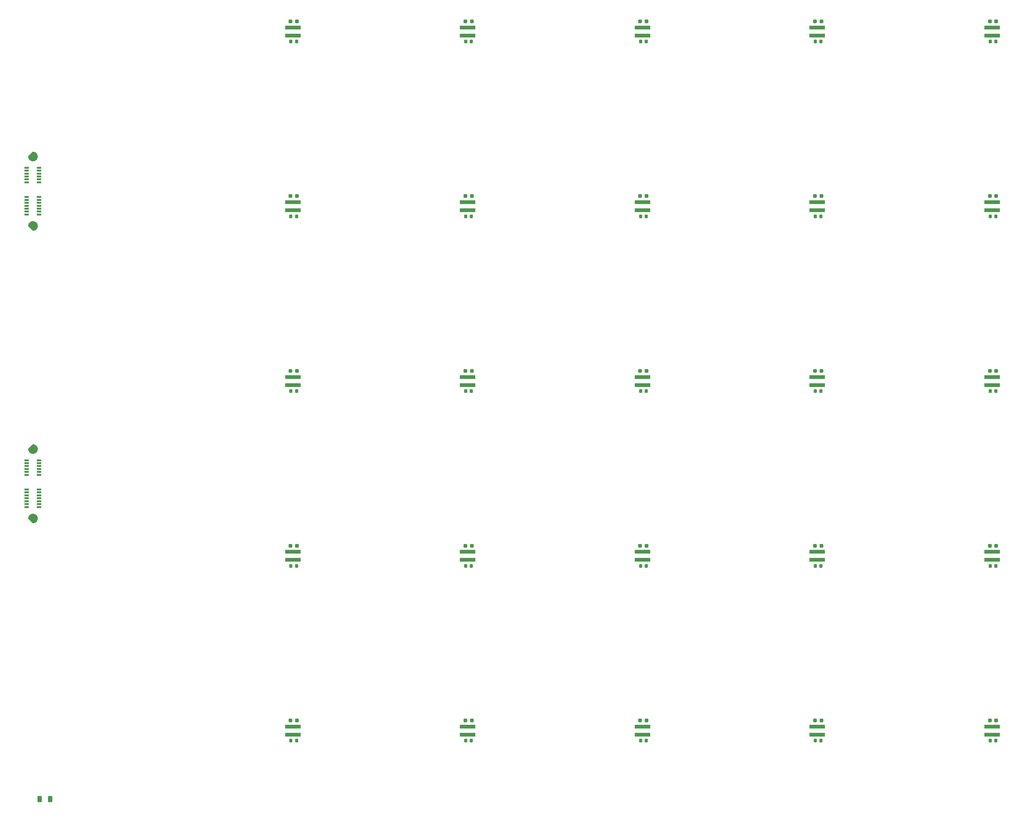
<source format=gbr>
%TF.GenerationSoftware,KiCad,Pcbnew,8.0.2-1*%
%TF.CreationDate,2024-06-21T16:13:16-04:00*%
%TF.ProjectId,EvenLayers_3.0mm_SiPM,4576656e-4c61-4796-9572-735f332e306d,rev?*%
%TF.SameCoordinates,Original*%
%TF.FileFunction,Paste,Top*%
%TF.FilePolarity,Positive*%
%FSLAX46Y46*%
G04 Gerber Fmt 4.6, Leading zero omitted, Abs format (unit mm)*
G04 Created by KiCad (PCBNEW 8.0.2-1) date 2024-06-21 16:13:16*
%MOMM*%
%LPD*%
G01*
G04 APERTURE LIST*
G04 Aperture macros list*
%AMRoundRect*
0 Rectangle with rounded corners*
0 $1 Rounding radius*
0 $2 $3 $4 $5 $6 $7 $8 $9 X,Y pos of 4 corners*
0 Add a 4 corners polygon primitive as box body*
4,1,4,$2,$3,$4,$5,$6,$7,$8,$9,$2,$3,0*
0 Add four circle primitives for the rounded corners*
1,1,$1+$1,$2,$3*
1,1,$1+$1,$4,$5*
1,1,$1+$1,$6,$7*
1,1,$1+$1,$8,$9*
0 Add four rect primitives between the rounded corners*
20,1,$1+$1,$2,$3,$4,$5,0*
20,1,$1+$1,$4,$5,$6,$7,0*
20,1,$1+$1,$6,$7,$8,$9,0*
20,1,$1+$1,$8,$9,$2,$3,0*%
G04 Aperture macros list end*
%ADD10C,0.010000*%
%ADD11RoundRect,0.237500X-0.287500X-0.237500X0.287500X-0.237500X0.287500X0.237500X-0.287500X0.237500X0*%
%ADD12RoundRect,0.225000X-0.225000X-0.250000X0.225000X-0.250000X0.225000X0.250000X-0.225000X0.250000X0*%
%ADD13R,4.200000X1.000000*%
%ADD14R,1.200000X0.500000*%
%ADD15RoundRect,0.250000X-0.312500X-0.625000X0.312500X-0.625000X0.312500X0.625000X-0.312500X0.625000X0*%
G04 APERTURE END LIST*
D10*
%TO.C,REF\u002A\u002A*%
X60066000Y-148227000D02*
X60133000Y-148232000D01*
X60199000Y-148241000D01*
X60264000Y-148253000D01*
X60329000Y-148268000D01*
X60392000Y-148287000D01*
X60455000Y-148309000D01*
X60517000Y-148335000D01*
X60577000Y-148363000D01*
X60635000Y-148395000D01*
X60692000Y-148430000D01*
X60746000Y-148468000D01*
X60799000Y-148508000D01*
X60850000Y-148551000D01*
X60898000Y-148597000D01*
X60944000Y-148645000D01*
X60987000Y-148696000D01*
X61027000Y-148749000D01*
X61065000Y-148803000D01*
X61100000Y-148860000D01*
X61132000Y-148918000D01*
X61160000Y-148978000D01*
X61186000Y-149040000D01*
X61208000Y-149103000D01*
X61227000Y-149166000D01*
X61242000Y-149231000D01*
X61254000Y-149296000D01*
X61263000Y-149362000D01*
X61268000Y-149429000D01*
X61270000Y-149495000D01*
X61268000Y-149561000D01*
X61263000Y-149628000D01*
X61254000Y-149694000D01*
X61242000Y-149759000D01*
X61227000Y-149824000D01*
X61208000Y-149887000D01*
X61186000Y-149950000D01*
X61160000Y-150012000D01*
X61132000Y-150072000D01*
X61100000Y-150130000D01*
X61065000Y-150187000D01*
X61027000Y-150241000D01*
X60987000Y-150294000D01*
X60944000Y-150345000D01*
X60898000Y-150393000D01*
X60873000Y-150416000D01*
X60847000Y-150439000D01*
X60821000Y-150462000D01*
X60794000Y-150484000D01*
X60766000Y-150505000D01*
X60738000Y-150525000D01*
X60709000Y-150544000D01*
X60680000Y-150563000D01*
X60651000Y-150581000D01*
X60620000Y-150598000D01*
X60590000Y-150615000D01*
X60559000Y-150630000D01*
X60527000Y-150645000D01*
X60496000Y-150659000D01*
X60464000Y-150672000D01*
X60431000Y-150685000D01*
X60398000Y-150696000D01*
X60365000Y-150707000D01*
X60332000Y-150716000D01*
X60298000Y-150725000D01*
X60265000Y-150733000D01*
X60231000Y-150740000D01*
X60197000Y-150746000D01*
X60162000Y-150752000D01*
X60128000Y-150756000D01*
X60093000Y-150759000D01*
X60059000Y-150762000D01*
X60024000Y-150764000D01*
X59989000Y-150764000D01*
X59954000Y-150764000D01*
X58731000Y-149541000D01*
X58730740Y-149540960D01*
X58731000Y-149506000D01*
X58731000Y-149471000D01*
X58733000Y-149436000D01*
X58736000Y-149402000D01*
X58739000Y-149367000D01*
X58743000Y-149333000D01*
X58749000Y-149298000D01*
X58755000Y-149264000D01*
X58762000Y-149230000D01*
X58770000Y-149196000D01*
X58779000Y-149163000D01*
X58788000Y-149130000D01*
X58799000Y-149097000D01*
X58810000Y-149064000D01*
X58823000Y-149031000D01*
X58836000Y-148999000D01*
X58850000Y-148967000D01*
X58865000Y-148936000D01*
X58880000Y-148905000D01*
X58897000Y-148875000D01*
X58914000Y-148844000D01*
X58932000Y-148815000D01*
X58951000Y-148786000D01*
X58970000Y-148757000D01*
X58990000Y-148729000D01*
X59011000Y-148701000D01*
X59033000Y-148674000D01*
X59056000Y-148648000D01*
X59079000Y-148622000D01*
X59102000Y-148597000D01*
X59150000Y-148551000D01*
X59201000Y-148508000D01*
X59254000Y-148468000D01*
X59308000Y-148430000D01*
X59365000Y-148395000D01*
X59423000Y-148363000D01*
X59483000Y-148335000D01*
X59545000Y-148309000D01*
X59608000Y-148287000D01*
X59671000Y-148268000D01*
X59736000Y-148253000D01*
X59801000Y-148241000D01*
X59867000Y-148232000D01*
X59934000Y-148227000D01*
X60000000Y-148225000D01*
X60066000Y-148227000D01*
G36*
X60066000Y-148227000D02*
G01*
X60133000Y-148232000D01*
X60199000Y-148241000D01*
X60264000Y-148253000D01*
X60329000Y-148268000D01*
X60392000Y-148287000D01*
X60455000Y-148309000D01*
X60517000Y-148335000D01*
X60577000Y-148363000D01*
X60635000Y-148395000D01*
X60692000Y-148430000D01*
X60746000Y-148468000D01*
X60799000Y-148508000D01*
X60850000Y-148551000D01*
X60898000Y-148597000D01*
X60944000Y-148645000D01*
X60987000Y-148696000D01*
X61027000Y-148749000D01*
X61065000Y-148803000D01*
X61100000Y-148860000D01*
X61132000Y-148918000D01*
X61160000Y-148978000D01*
X61186000Y-149040000D01*
X61208000Y-149103000D01*
X61227000Y-149166000D01*
X61242000Y-149231000D01*
X61254000Y-149296000D01*
X61263000Y-149362000D01*
X61268000Y-149429000D01*
X61270000Y-149495000D01*
X61268000Y-149561000D01*
X61263000Y-149628000D01*
X61254000Y-149694000D01*
X61242000Y-149759000D01*
X61227000Y-149824000D01*
X61208000Y-149887000D01*
X61186000Y-149950000D01*
X61160000Y-150012000D01*
X61132000Y-150072000D01*
X61100000Y-150130000D01*
X61065000Y-150187000D01*
X61027000Y-150241000D01*
X60987000Y-150294000D01*
X60944000Y-150345000D01*
X60898000Y-150393000D01*
X60873000Y-150416000D01*
X60847000Y-150439000D01*
X60821000Y-150462000D01*
X60794000Y-150484000D01*
X60766000Y-150505000D01*
X60738000Y-150525000D01*
X60709000Y-150544000D01*
X60680000Y-150563000D01*
X60651000Y-150581000D01*
X60620000Y-150598000D01*
X60590000Y-150615000D01*
X60559000Y-150630000D01*
X60527000Y-150645000D01*
X60496000Y-150659000D01*
X60464000Y-150672000D01*
X60431000Y-150685000D01*
X60398000Y-150696000D01*
X60365000Y-150707000D01*
X60332000Y-150716000D01*
X60298000Y-150725000D01*
X60265000Y-150733000D01*
X60231000Y-150740000D01*
X60197000Y-150746000D01*
X60162000Y-150752000D01*
X60128000Y-150756000D01*
X60093000Y-150759000D01*
X60059000Y-150762000D01*
X60024000Y-150764000D01*
X59989000Y-150764000D01*
X59954000Y-150764000D01*
X58731000Y-149541000D01*
X58730740Y-149540960D01*
X58731000Y-149506000D01*
X58731000Y-149471000D01*
X58733000Y-149436000D01*
X58736000Y-149402000D01*
X58739000Y-149367000D01*
X58743000Y-149333000D01*
X58749000Y-149298000D01*
X58755000Y-149264000D01*
X58762000Y-149230000D01*
X58770000Y-149196000D01*
X58779000Y-149163000D01*
X58788000Y-149130000D01*
X58799000Y-149097000D01*
X58810000Y-149064000D01*
X58823000Y-149031000D01*
X58836000Y-148999000D01*
X58850000Y-148967000D01*
X58865000Y-148936000D01*
X58880000Y-148905000D01*
X58897000Y-148875000D01*
X58914000Y-148844000D01*
X58932000Y-148815000D01*
X58951000Y-148786000D01*
X58970000Y-148757000D01*
X58990000Y-148729000D01*
X59011000Y-148701000D01*
X59033000Y-148674000D01*
X59056000Y-148648000D01*
X59079000Y-148622000D01*
X59102000Y-148597000D01*
X59150000Y-148551000D01*
X59201000Y-148508000D01*
X59254000Y-148468000D01*
X59308000Y-148430000D01*
X59365000Y-148395000D01*
X59423000Y-148363000D01*
X59483000Y-148335000D01*
X59545000Y-148309000D01*
X59608000Y-148287000D01*
X59671000Y-148268000D01*
X59736000Y-148253000D01*
X59801000Y-148241000D01*
X59867000Y-148232000D01*
X59934000Y-148227000D01*
X60000000Y-148225000D01*
X60066000Y-148227000D01*
G37*
X59989000Y-129236000D02*
X60024000Y-129236000D01*
X60059000Y-129238000D01*
X60093000Y-129241000D01*
X60128000Y-129244000D01*
X60162000Y-129248000D01*
X60197000Y-129254000D01*
X60231000Y-129260000D01*
X60265000Y-129267000D01*
X60298000Y-129275000D01*
X60332000Y-129284000D01*
X60365000Y-129293000D01*
X60398000Y-129304000D01*
X60431000Y-129315000D01*
X60464000Y-129328000D01*
X60496000Y-129341000D01*
X60527000Y-129355000D01*
X60559000Y-129370000D01*
X60590000Y-129385000D01*
X60620000Y-129402000D01*
X60651000Y-129419000D01*
X60680000Y-129437000D01*
X60709000Y-129456000D01*
X60738000Y-129475000D01*
X60766000Y-129495000D01*
X60794000Y-129516000D01*
X60821000Y-129538000D01*
X60847000Y-129561000D01*
X60873000Y-129584000D01*
X60898000Y-129607000D01*
X60944000Y-129655000D01*
X60987000Y-129706000D01*
X61027000Y-129759000D01*
X61065000Y-129813000D01*
X61100000Y-129870000D01*
X61132000Y-129928000D01*
X61160000Y-129988000D01*
X61186000Y-130050000D01*
X61208000Y-130113000D01*
X61227000Y-130176000D01*
X61242000Y-130241000D01*
X61254000Y-130306000D01*
X61263000Y-130372000D01*
X61268000Y-130439000D01*
X61270000Y-130505000D01*
X61268000Y-130571000D01*
X61263000Y-130638000D01*
X61254000Y-130704000D01*
X61242000Y-130769000D01*
X61227000Y-130834000D01*
X61208000Y-130897000D01*
X61186000Y-130960000D01*
X61160000Y-131022000D01*
X61132000Y-131082000D01*
X61100000Y-131140000D01*
X61065000Y-131197000D01*
X61027000Y-131251000D01*
X60987000Y-131304000D01*
X60944000Y-131355000D01*
X60898000Y-131403000D01*
X60850000Y-131449000D01*
X60799000Y-131492000D01*
X60746000Y-131532000D01*
X60692000Y-131570000D01*
X60635000Y-131605000D01*
X60577000Y-131637000D01*
X60517000Y-131665000D01*
X60455000Y-131691000D01*
X60392000Y-131713000D01*
X60329000Y-131732000D01*
X60264000Y-131747000D01*
X60199000Y-131759000D01*
X60133000Y-131768000D01*
X60066000Y-131773000D01*
X60000000Y-131775000D01*
X59934000Y-131773000D01*
X59867000Y-131768000D01*
X59801000Y-131759000D01*
X59736000Y-131747000D01*
X59671000Y-131732000D01*
X59608000Y-131713000D01*
X59545000Y-131691000D01*
X59483000Y-131665000D01*
X59423000Y-131637000D01*
X59365000Y-131605000D01*
X59308000Y-131570000D01*
X59254000Y-131532000D01*
X59201000Y-131492000D01*
X59150000Y-131449000D01*
X59102000Y-131403000D01*
X59079000Y-131378000D01*
X59056000Y-131352000D01*
X59033000Y-131326000D01*
X59011000Y-131299000D01*
X58990000Y-131271000D01*
X58970000Y-131243000D01*
X58951000Y-131214000D01*
X58932000Y-131185000D01*
X58914000Y-131156000D01*
X58897000Y-131125000D01*
X58880000Y-131095000D01*
X58865000Y-131064000D01*
X58850000Y-131033000D01*
X58836000Y-131001000D01*
X58823000Y-130969000D01*
X58810000Y-130936000D01*
X58799000Y-130903000D01*
X58788000Y-130870000D01*
X58779000Y-130837000D01*
X58770000Y-130804000D01*
X58762000Y-130770000D01*
X58755000Y-130736000D01*
X58749000Y-130702000D01*
X58743000Y-130667000D01*
X58739000Y-130633000D01*
X58736000Y-130598000D01*
X58733000Y-130564000D01*
X58731000Y-130529000D01*
X58731000Y-130494000D01*
X58731000Y-130459000D01*
X59954000Y-129236000D01*
X59954041Y-129235700D01*
X59989000Y-129236000D01*
G36*
X59989000Y-129236000D02*
G01*
X60024000Y-129236000D01*
X60059000Y-129238000D01*
X60093000Y-129241000D01*
X60128000Y-129244000D01*
X60162000Y-129248000D01*
X60197000Y-129254000D01*
X60231000Y-129260000D01*
X60265000Y-129267000D01*
X60298000Y-129275000D01*
X60332000Y-129284000D01*
X60365000Y-129293000D01*
X60398000Y-129304000D01*
X60431000Y-129315000D01*
X60464000Y-129328000D01*
X60496000Y-129341000D01*
X60527000Y-129355000D01*
X60559000Y-129370000D01*
X60590000Y-129385000D01*
X60620000Y-129402000D01*
X60651000Y-129419000D01*
X60680000Y-129437000D01*
X60709000Y-129456000D01*
X60738000Y-129475000D01*
X60766000Y-129495000D01*
X60794000Y-129516000D01*
X60821000Y-129538000D01*
X60847000Y-129561000D01*
X60873000Y-129584000D01*
X60898000Y-129607000D01*
X60944000Y-129655000D01*
X60987000Y-129706000D01*
X61027000Y-129759000D01*
X61065000Y-129813000D01*
X61100000Y-129870000D01*
X61132000Y-129928000D01*
X61160000Y-129988000D01*
X61186000Y-130050000D01*
X61208000Y-130113000D01*
X61227000Y-130176000D01*
X61242000Y-130241000D01*
X61254000Y-130306000D01*
X61263000Y-130372000D01*
X61268000Y-130439000D01*
X61270000Y-130505000D01*
X61268000Y-130571000D01*
X61263000Y-130638000D01*
X61254000Y-130704000D01*
X61242000Y-130769000D01*
X61227000Y-130834000D01*
X61208000Y-130897000D01*
X61186000Y-130960000D01*
X61160000Y-131022000D01*
X61132000Y-131082000D01*
X61100000Y-131140000D01*
X61065000Y-131197000D01*
X61027000Y-131251000D01*
X60987000Y-131304000D01*
X60944000Y-131355000D01*
X60898000Y-131403000D01*
X60850000Y-131449000D01*
X60799000Y-131492000D01*
X60746000Y-131532000D01*
X60692000Y-131570000D01*
X60635000Y-131605000D01*
X60577000Y-131637000D01*
X60517000Y-131665000D01*
X60455000Y-131691000D01*
X60392000Y-131713000D01*
X60329000Y-131732000D01*
X60264000Y-131747000D01*
X60199000Y-131759000D01*
X60133000Y-131768000D01*
X60066000Y-131773000D01*
X60000000Y-131775000D01*
X59934000Y-131773000D01*
X59867000Y-131768000D01*
X59801000Y-131759000D01*
X59736000Y-131747000D01*
X59671000Y-131732000D01*
X59608000Y-131713000D01*
X59545000Y-131691000D01*
X59483000Y-131665000D01*
X59423000Y-131637000D01*
X59365000Y-131605000D01*
X59308000Y-131570000D01*
X59254000Y-131532000D01*
X59201000Y-131492000D01*
X59150000Y-131449000D01*
X59102000Y-131403000D01*
X59079000Y-131378000D01*
X59056000Y-131352000D01*
X59033000Y-131326000D01*
X59011000Y-131299000D01*
X58990000Y-131271000D01*
X58970000Y-131243000D01*
X58951000Y-131214000D01*
X58932000Y-131185000D01*
X58914000Y-131156000D01*
X58897000Y-131125000D01*
X58880000Y-131095000D01*
X58865000Y-131064000D01*
X58850000Y-131033000D01*
X58836000Y-131001000D01*
X58823000Y-130969000D01*
X58810000Y-130936000D01*
X58799000Y-130903000D01*
X58788000Y-130870000D01*
X58779000Y-130837000D01*
X58770000Y-130804000D01*
X58762000Y-130770000D01*
X58755000Y-130736000D01*
X58749000Y-130702000D01*
X58743000Y-130667000D01*
X58739000Y-130633000D01*
X58736000Y-130598000D01*
X58733000Y-130564000D01*
X58731000Y-130529000D01*
X58731000Y-130494000D01*
X58731000Y-130459000D01*
X59954000Y-129236000D01*
X59954041Y-129235700D01*
X59989000Y-129236000D01*
G37*
X60066000Y-228227000D02*
X60133000Y-228232000D01*
X60199000Y-228241000D01*
X60264000Y-228253000D01*
X60329000Y-228268000D01*
X60392000Y-228287000D01*
X60455000Y-228309000D01*
X60517000Y-228335000D01*
X60577000Y-228363000D01*
X60635000Y-228395000D01*
X60692000Y-228430000D01*
X60746000Y-228468000D01*
X60799000Y-228508000D01*
X60850000Y-228551000D01*
X60898000Y-228597000D01*
X60944000Y-228645000D01*
X60987000Y-228696000D01*
X61027000Y-228749000D01*
X61065000Y-228803000D01*
X61100000Y-228860000D01*
X61132000Y-228918000D01*
X61160000Y-228978000D01*
X61186000Y-229040000D01*
X61208000Y-229103000D01*
X61227000Y-229166000D01*
X61242000Y-229231000D01*
X61254000Y-229296000D01*
X61263000Y-229362000D01*
X61268000Y-229429000D01*
X61270000Y-229495000D01*
X61268000Y-229561000D01*
X61263000Y-229628000D01*
X61254000Y-229694000D01*
X61242000Y-229759000D01*
X61227000Y-229824000D01*
X61208000Y-229887000D01*
X61186000Y-229950000D01*
X61160000Y-230012000D01*
X61132000Y-230072000D01*
X61100000Y-230130000D01*
X61065000Y-230187000D01*
X61027000Y-230241000D01*
X60987000Y-230294000D01*
X60944000Y-230345000D01*
X60898000Y-230393000D01*
X60873000Y-230416000D01*
X60847000Y-230439000D01*
X60821000Y-230462000D01*
X60794000Y-230484000D01*
X60766000Y-230505000D01*
X60738000Y-230525000D01*
X60709000Y-230544000D01*
X60680000Y-230563000D01*
X60651000Y-230581000D01*
X60620000Y-230598000D01*
X60590000Y-230615000D01*
X60559000Y-230630000D01*
X60527000Y-230645000D01*
X60496000Y-230659000D01*
X60464000Y-230672000D01*
X60431000Y-230685000D01*
X60398000Y-230696000D01*
X60365000Y-230707000D01*
X60332000Y-230716000D01*
X60298000Y-230725000D01*
X60265000Y-230733000D01*
X60231000Y-230740000D01*
X60197000Y-230746000D01*
X60162000Y-230752000D01*
X60128000Y-230756000D01*
X60093000Y-230759000D01*
X60059000Y-230762000D01*
X60024000Y-230764000D01*
X59989000Y-230764000D01*
X59954000Y-230764000D01*
X58731000Y-229541000D01*
X58730740Y-229540960D01*
X58731000Y-229506000D01*
X58731000Y-229471000D01*
X58733000Y-229436000D01*
X58736000Y-229402000D01*
X58739000Y-229367000D01*
X58743000Y-229333000D01*
X58749000Y-229298000D01*
X58755000Y-229264000D01*
X58762000Y-229230000D01*
X58770000Y-229196000D01*
X58779000Y-229163000D01*
X58788000Y-229130000D01*
X58799000Y-229097000D01*
X58810000Y-229064000D01*
X58823000Y-229031000D01*
X58836000Y-228999000D01*
X58850000Y-228967000D01*
X58865000Y-228936000D01*
X58880000Y-228905000D01*
X58897000Y-228875000D01*
X58914000Y-228844000D01*
X58932000Y-228815000D01*
X58951000Y-228786000D01*
X58970000Y-228757000D01*
X58990000Y-228729000D01*
X59011000Y-228701000D01*
X59033000Y-228674000D01*
X59056000Y-228648000D01*
X59079000Y-228622000D01*
X59102000Y-228597000D01*
X59150000Y-228551000D01*
X59201000Y-228508000D01*
X59254000Y-228468000D01*
X59308000Y-228430000D01*
X59365000Y-228395000D01*
X59423000Y-228363000D01*
X59483000Y-228335000D01*
X59545000Y-228309000D01*
X59608000Y-228287000D01*
X59671000Y-228268000D01*
X59736000Y-228253000D01*
X59801000Y-228241000D01*
X59867000Y-228232000D01*
X59934000Y-228227000D01*
X60000000Y-228225000D01*
X60066000Y-228227000D01*
G36*
X60066000Y-228227000D02*
G01*
X60133000Y-228232000D01*
X60199000Y-228241000D01*
X60264000Y-228253000D01*
X60329000Y-228268000D01*
X60392000Y-228287000D01*
X60455000Y-228309000D01*
X60517000Y-228335000D01*
X60577000Y-228363000D01*
X60635000Y-228395000D01*
X60692000Y-228430000D01*
X60746000Y-228468000D01*
X60799000Y-228508000D01*
X60850000Y-228551000D01*
X60898000Y-228597000D01*
X60944000Y-228645000D01*
X60987000Y-228696000D01*
X61027000Y-228749000D01*
X61065000Y-228803000D01*
X61100000Y-228860000D01*
X61132000Y-228918000D01*
X61160000Y-228978000D01*
X61186000Y-229040000D01*
X61208000Y-229103000D01*
X61227000Y-229166000D01*
X61242000Y-229231000D01*
X61254000Y-229296000D01*
X61263000Y-229362000D01*
X61268000Y-229429000D01*
X61270000Y-229495000D01*
X61268000Y-229561000D01*
X61263000Y-229628000D01*
X61254000Y-229694000D01*
X61242000Y-229759000D01*
X61227000Y-229824000D01*
X61208000Y-229887000D01*
X61186000Y-229950000D01*
X61160000Y-230012000D01*
X61132000Y-230072000D01*
X61100000Y-230130000D01*
X61065000Y-230187000D01*
X61027000Y-230241000D01*
X60987000Y-230294000D01*
X60944000Y-230345000D01*
X60898000Y-230393000D01*
X60873000Y-230416000D01*
X60847000Y-230439000D01*
X60821000Y-230462000D01*
X60794000Y-230484000D01*
X60766000Y-230505000D01*
X60738000Y-230525000D01*
X60709000Y-230544000D01*
X60680000Y-230563000D01*
X60651000Y-230581000D01*
X60620000Y-230598000D01*
X60590000Y-230615000D01*
X60559000Y-230630000D01*
X60527000Y-230645000D01*
X60496000Y-230659000D01*
X60464000Y-230672000D01*
X60431000Y-230685000D01*
X60398000Y-230696000D01*
X60365000Y-230707000D01*
X60332000Y-230716000D01*
X60298000Y-230725000D01*
X60265000Y-230733000D01*
X60231000Y-230740000D01*
X60197000Y-230746000D01*
X60162000Y-230752000D01*
X60128000Y-230756000D01*
X60093000Y-230759000D01*
X60059000Y-230762000D01*
X60024000Y-230764000D01*
X59989000Y-230764000D01*
X59954000Y-230764000D01*
X58731000Y-229541000D01*
X58730740Y-229540960D01*
X58731000Y-229506000D01*
X58731000Y-229471000D01*
X58733000Y-229436000D01*
X58736000Y-229402000D01*
X58739000Y-229367000D01*
X58743000Y-229333000D01*
X58749000Y-229298000D01*
X58755000Y-229264000D01*
X58762000Y-229230000D01*
X58770000Y-229196000D01*
X58779000Y-229163000D01*
X58788000Y-229130000D01*
X58799000Y-229097000D01*
X58810000Y-229064000D01*
X58823000Y-229031000D01*
X58836000Y-228999000D01*
X58850000Y-228967000D01*
X58865000Y-228936000D01*
X58880000Y-228905000D01*
X58897000Y-228875000D01*
X58914000Y-228844000D01*
X58932000Y-228815000D01*
X58951000Y-228786000D01*
X58970000Y-228757000D01*
X58990000Y-228729000D01*
X59011000Y-228701000D01*
X59033000Y-228674000D01*
X59056000Y-228648000D01*
X59079000Y-228622000D01*
X59102000Y-228597000D01*
X59150000Y-228551000D01*
X59201000Y-228508000D01*
X59254000Y-228468000D01*
X59308000Y-228430000D01*
X59365000Y-228395000D01*
X59423000Y-228363000D01*
X59483000Y-228335000D01*
X59545000Y-228309000D01*
X59608000Y-228287000D01*
X59671000Y-228268000D01*
X59736000Y-228253000D01*
X59801000Y-228241000D01*
X59867000Y-228232000D01*
X59934000Y-228227000D01*
X60000000Y-228225000D01*
X60066000Y-228227000D01*
G37*
X59989000Y-209236000D02*
X60024000Y-209236000D01*
X60059000Y-209238000D01*
X60093000Y-209241000D01*
X60128000Y-209244000D01*
X60162000Y-209248000D01*
X60197000Y-209254000D01*
X60231000Y-209260000D01*
X60265000Y-209267000D01*
X60298000Y-209275000D01*
X60332000Y-209284000D01*
X60365000Y-209293000D01*
X60398000Y-209304000D01*
X60431000Y-209315000D01*
X60464000Y-209328000D01*
X60496000Y-209341000D01*
X60527000Y-209355000D01*
X60559000Y-209370000D01*
X60590000Y-209385000D01*
X60620000Y-209402000D01*
X60651000Y-209419000D01*
X60680000Y-209437000D01*
X60709000Y-209456000D01*
X60738000Y-209475000D01*
X60766000Y-209495000D01*
X60794000Y-209516000D01*
X60821000Y-209538000D01*
X60847000Y-209561000D01*
X60873000Y-209584000D01*
X60898000Y-209607000D01*
X60944000Y-209655000D01*
X60987000Y-209706000D01*
X61027000Y-209759000D01*
X61065000Y-209813000D01*
X61100000Y-209870000D01*
X61132000Y-209928000D01*
X61160000Y-209988000D01*
X61186000Y-210050000D01*
X61208000Y-210113000D01*
X61227000Y-210176000D01*
X61242000Y-210241000D01*
X61254000Y-210306000D01*
X61263000Y-210372000D01*
X61268000Y-210439000D01*
X61270000Y-210505000D01*
X61268000Y-210571000D01*
X61263000Y-210638000D01*
X61254000Y-210704000D01*
X61242000Y-210769000D01*
X61227000Y-210834000D01*
X61208000Y-210897000D01*
X61186000Y-210960000D01*
X61160000Y-211022000D01*
X61132000Y-211082000D01*
X61100000Y-211140000D01*
X61065000Y-211197000D01*
X61027000Y-211251000D01*
X60987000Y-211304000D01*
X60944000Y-211355000D01*
X60898000Y-211403000D01*
X60850000Y-211449000D01*
X60799000Y-211492000D01*
X60746000Y-211532000D01*
X60692000Y-211570000D01*
X60635000Y-211605000D01*
X60577000Y-211637000D01*
X60517000Y-211665000D01*
X60455000Y-211691000D01*
X60392000Y-211713000D01*
X60329000Y-211732000D01*
X60264000Y-211747000D01*
X60199000Y-211759000D01*
X60133000Y-211768000D01*
X60066000Y-211773000D01*
X60000000Y-211775000D01*
X59934000Y-211773000D01*
X59867000Y-211768000D01*
X59801000Y-211759000D01*
X59736000Y-211747000D01*
X59671000Y-211732000D01*
X59608000Y-211713000D01*
X59545000Y-211691000D01*
X59483000Y-211665000D01*
X59423000Y-211637000D01*
X59365000Y-211605000D01*
X59308000Y-211570000D01*
X59254000Y-211532000D01*
X59201000Y-211492000D01*
X59150000Y-211449000D01*
X59102000Y-211403000D01*
X59079000Y-211378000D01*
X59056000Y-211352000D01*
X59033000Y-211326000D01*
X59011000Y-211299000D01*
X58990000Y-211271000D01*
X58970000Y-211243000D01*
X58951000Y-211214000D01*
X58932000Y-211185000D01*
X58914000Y-211156000D01*
X58897000Y-211125000D01*
X58880000Y-211095000D01*
X58865000Y-211064000D01*
X58850000Y-211033000D01*
X58836000Y-211001000D01*
X58823000Y-210969000D01*
X58810000Y-210936000D01*
X58799000Y-210903000D01*
X58788000Y-210870000D01*
X58779000Y-210837000D01*
X58770000Y-210804000D01*
X58762000Y-210770000D01*
X58755000Y-210736000D01*
X58749000Y-210702000D01*
X58743000Y-210667000D01*
X58739000Y-210633000D01*
X58736000Y-210598000D01*
X58733000Y-210564000D01*
X58731000Y-210529000D01*
X58731000Y-210494000D01*
X58731000Y-210459000D01*
X59954000Y-209236000D01*
X59954041Y-209235700D01*
X59989000Y-209236000D01*
G36*
X59989000Y-209236000D02*
G01*
X60024000Y-209236000D01*
X60059000Y-209238000D01*
X60093000Y-209241000D01*
X60128000Y-209244000D01*
X60162000Y-209248000D01*
X60197000Y-209254000D01*
X60231000Y-209260000D01*
X60265000Y-209267000D01*
X60298000Y-209275000D01*
X60332000Y-209284000D01*
X60365000Y-209293000D01*
X60398000Y-209304000D01*
X60431000Y-209315000D01*
X60464000Y-209328000D01*
X60496000Y-209341000D01*
X60527000Y-209355000D01*
X60559000Y-209370000D01*
X60590000Y-209385000D01*
X60620000Y-209402000D01*
X60651000Y-209419000D01*
X60680000Y-209437000D01*
X60709000Y-209456000D01*
X60738000Y-209475000D01*
X60766000Y-209495000D01*
X60794000Y-209516000D01*
X60821000Y-209538000D01*
X60847000Y-209561000D01*
X60873000Y-209584000D01*
X60898000Y-209607000D01*
X60944000Y-209655000D01*
X60987000Y-209706000D01*
X61027000Y-209759000D01*
X61065000Y-209813000D01*
X61100000Y-209870000D01*
X61132000Y-209928000D01*
X61160000Y-209988000D01*
X61186000Y-210050000D01*
X61208000Y-210113000D01*
X61227000Y-210176000D01*
X61242000Y-210241000D01*
X61254000Y-210306000D01*
X61263000Y-210372000D01*
X61268000Y-210439000D01*
X61270000Y-210505000D01*
X61268000Y-210571000D01*
X61263000Y-210638000D01*
X61254000Y-210704000D01*
X61242000Y-210769000D01*
X61227000Y-210834000D01*
X61208000Y-210897000D01*
X61186000Y-210960000D01*
X61160000Y-211022000D01*
X61132000Y-211082000D01*
X61100000Y-211140000D01*
X61065000Y-211197000D01*
X61027000Y-211251000D01*
X60987000Y-211304000D01*
X60944000Y-211355000D01*
X60898000Y-211403000D01*
X60850000Y-211449000D01*
X60799000Y-211492000D01*
X60746000Y-211532000D01*
X60692000Y-211570000D01*
X60635000Y-211605000D01*
X60577000Y-211637000D01*
X60517000Y-211665000D01*
X60455000Y-211691000D01*
X60392000Y-211713000D01*
X60329000Y-211732000D01*
X60264000Y-211747000D01*
X60199000Y-211759000D01*
X60133000Y-211768000D01*
X60066000Y-211773000D01*
X60000000Y-211775000D01*
X59934000Y-211773000D01*
X59867000Y-211768000D01*
X59801000Y-211759000D01*
X59736000Y-211747000D01*
X59671000Y-211732000D01*
X59608000Y-211713000D01*
X59545000Y-211691000D01*
X59483000Y-211665000D01*
X59423000Y-211637000D01*
X59365000Y-211605000D01*
X59308000Y-211570000D01*
X59254000Y-211532000D01*
X59201000Y-211492000D01*
X59150000Y-211449000D01*
X59102000Y-211403000D01*
X59079000Y-211378000D01*
X59056000Y-211352000D01*
X59033000Y-211326000D01*
X59011000Y-211299000D01*
X58990000Y-211271000D01*
X58970000Y-211243000D01*
X58951000Y-211214000D01*
X58932000Y-211185000D01*
X58914000Y-211156000D01*
X58897000Y-211125000D01*
X58880000Y-211095000D01*
X58865000Y-211064000D01*
X58850000Y-211033000D01*
X58836000Y-211001000D01*
X58823000Y-210969000D01*
X58810000Y-210936000D01*
X58799000Y-210903000D01*
X58788000Y-210870000D01*
X58779000Y-210837000D01*
X58770000Y-210804000D01*
X58762000Y-210770000D01*
X58755000Y-210736000D01*
X58749000Y-210702000D01*
X58743000Y-210667000D01*
X58739000Y-210633000D01*
X58736000Y-210598000D01*
X58733000Y-210564000D01*
X58731000Y-210529000D01*
X58731000Y-210494000D01*
X58731000Y-210459000D01*
X59954000Y-209236000D01*
X59954041Y-209235700D01*
X59989000Y-209236000D01*
G37*
%TD*%
D11*
%TO.C,REF\u002A\u002A34*%
X321675000Y-189165000D03*
D12*
X321775000Y-194700000D03*
D13*
X322300000Y-190850000D03*
D12*
X323325000Y-194700000D03*
D11*
X323425000Y-189165000D03*
D13*
X322300000Y-193050000D03*
%TD*%
D11*
%TO.C,REF\u002A\u002A40*%
X130475000Y-284765000D03*
D12*
X130575000Y-290300000D03*
D13*
X131100000Y-286450000D03*
D12*
X132125000Y-290300000D03*
D11*
X132225000Y-284765000D03*
D13*
X131100000Y-288650000D03*
%TD*%
D11*
%TO.C,REF\u002A\u002A30*%
X130475000Y-189165000D03*
D12*
X130575000Y-194700000D03*
D13*
X131100000Y-190850000D03*
D12*
X132125000Y-194700000D03*
D11*
X132225000Y-189165000D03*
D13*
X131100000Y-193050000D03*
%TD*%
D11*
%TO.C,REF\u002A\u002A24*%
X321675000Y-93565000D03*
D12*
X321775000Y-99100000D03*
D13*
X322300000Y-95250000D03*
D12*
X323325000Y-99100000D03*
D11*
X323425000Y-93565000D03*
D13*
X322300000Y-97450000D03*
%TD*%
D14*
%TO.C,REF\u002A\u002A*%
X58300000Y-133600000D03*
X61700000Y-133600000D03*
X58300000Y-134400000D03*
X61700000Y-134400000D03*
X58300000Y-135200000D03*
X61700000Y-135200000D03*
X58300000Y-136000000D03*
X61700000Y-136000000D03*
X58300000Y-136800000D03*
X61700000Y-136800000D03*
X58300000Y-137600000D03*
X61700000Y-137600000D03*
X58300000Y-141600000D03*
X61700000Y-141600000D03*
X58300000Y-142400000D03*
X61700000Y-142400000D03*
X58300000Y-143200000D03*
X61700000Y-143200000D03*
X58300000Y-144000000D03*
X61700000Y-144000000D03*
X58300000Y-144800000D03*
X61700000Y-144800000D03*
X58300000Y-145600000D03*
X61700000Y-145600000D03*
X58300000Y-146400000D03*
X61700000Y-146400000D03*
%TD*%
D11*
%TO.C,REF\u002A\u002A43*%
X273875000Y-284765000D03*
D12*
X273975000Y-290300000D03*
D13*
X274500000Y-286450000D03*
D12*
X275525000Y-290300000D03*
D11*
X275625000Y-284765000D03*
D13*
X274500000Y-288650000D03*
%TD*%
D11*
%TO.C,REF\u002A\u002A38*%
X273875000Y-236965000D03*
D12*
X273975000Y-242500000D03*
D13*
X274500000Y-238650000D03*
D12*
X275525000Y-242500000D03*
D11*
X275625000Y-236965000D03*
D13*
X274500000Y-240850000D03*
%TD*%
D11*
%TO.C,REF\u002A\u002A22*%
X226075000Y-93565000D03*
D12*
X226175000Y-99100000D03*
D13*
X226700000Y-95250000D03*
D12*
X227725000Y-99100000D03*
D11*
X227825000Y-93565000D03*
D13*
X226700000Y-97450000D03*
%TD*%
D14*
%TO.C,REF\u002A\u002A*%
X58300000Y-213600000D03*
X61700000Y-213600000D03*
X58300000Y-214400000D03*
X61700000Y-214400000D03*
X58300000Y-215200000D03*
X61700000Y-215200000D03*
X58300000Y-216000000D03*
X61700000Y-216000000D03*
X58300000Y-216800000D03*
X61700000Y-216800000D03*
X58300000Y-217600000D03*
X61700000Y-217600000D03*
X58300000Y-221600000D03*
X61700000Y-221600000D03*
X58300000Y-222400000D03*
X61700000Y-222400000D03*
X58300000Y-223200000D03*
X61700000Y-223200000D03*
X58300000Y-224000000D03*
X61700000Y-224000000D03*
X58300000Y-224800000D03*
X61700000Y-224800000D03*
X58300000Y-225600000D03*
X61700000Y-225600000D03*
X58300000Y-226400000D03*
X61700000Y-226400000D03*
%TD*%
D11*
%TO.C,REF\u002A\u002A28*%
X273875000Y-141365000D03*
D12*
X273975000Y-146900000D03*
D13*
X274500000Y-143050000D03*
D12*
X275525000Y-146900000D03*
D11*
X275625000Y-141365000D03*
D13*
X274500000Y-145250000D03*
%TD*%
D11*
%TO.C,REF\u002A\u002A23*%
X273875000Y-93565000D03*
D12*
X273975000Y-99100000D03*
D13*
X274500000Y-95250000D03*
D12*
X275525000Y-99100000D03*
D11*
X275625000Y-93565000D03*
D13*
X274500000Y-97450000D03*
%TD*%
D11*
%TO.C,REF\u002A\u002A32*%
X226075000Y-189165000D03*
D12*
X226175000Y-194700000D03*
D13*
X226700000Y-190850000D03*
D12*
X227725000Y-194700000D03*
D11*
X227825000Y-189165000D03*
D13*
X226700000Y-193050000D03*
%TD*%
D11*
%TO.C,REF\u002A\u002A44*%
X321675000Y-284765000D03*
D12*
X321775000Y-290300000D03*
D13*
X322300000Y-286450000D03*
D12*
X323325000Y-290300000D03*
D11*
X323425000Y-284765000D03*
D13*
X322300000Y-288650000D03*
%TD*%
D11*
%TO.C,REF\u002A\u002A26*%
X178275000Y-141365000D03*
D12*
X178375000Y-146900000D03*
D13*
X178900000Y-143050000D03*
D12*
X179925000Y-146900000D03*
D11*
X180025000Y-141365000D03*
D13*
X178900000Y-145250000D03*
%TD*%
D11*
%TO.C,REF\u002A\u002A36*%
X178275000Y-236965000D03*
D12*
X178375000Y-242500000D03*
D13*
X178900000Y-238650000D03*
D12*
X179925000Y-242500000D03*
D11*
X180025000Y-236965000D03*
D13*
X178900000Y-240850000D03*
%TD*%
D11*
%TO.C,REF\u002A\u002A20*%
X130475000Y-93565000D03*
D12*
X130575000Y-99100000D03*
D13*
X131100000Y-95250000D03*
D12*
X132125000Y-99100000D03*
D11*
X132225000Y-93565000D03*
D13*
X131100000Y-97450000D03*
%TD*%
D11*
%TO.C,REF\u002A\u002A25*%
X130475000Y-141365000D03*
D12*
X130575000Y-146900000D03*
D13*
X131100000Y-143050000D03*
D12*
X132125000Y-146900000D03*
D11*
X132225000Y-141365000D03*
D13*
X131100000Y-145250000D03*
%TD*%
D11*
%TO.C,REF\u002A\u002A37*%
X226075000Y-236965000D03*
D12*
X226175000Y-242500000D03*
D13*
X226700000Y-238650000D03*
D12*
X227725000Y-242500000D03*
D11*
X227825000Y-236965000D03*
D13*
X226700000Y-240850000D03*
%TD*%
D11*
%TO.C,REF\u002A\u002A31*%
X178275000Y-189165000D03*
D12*
X178375000Y-194700000D03*
D13*
X178900000Y-190850000D03*
D12*
X179925000Y-194700000D03*
D11*
X180025000Y-189165000D03*
D13*
X178900000Y-193050000D03*
%TD*%
D11*
%TO.C,REF\u002A\u002A27*%
X226075000Y-141365000D03*
D12*
X226175000Y-146900000D03*
D13*
X226700000Y-143050000D03*
D12*
X227725000Y-146900000D03*
D11*
X227825000Y-141365000D03*
D13*
X226700000Y-145250000D03*
%TD*%
D11*
%TO.C,REF\u002A\u002A41*%
X178275000Y-284765000D03*
D12*
X178375000Y-290300000D03*
D13*
X178900000Y-286450000D03*
D12*
X179925000Y-290300000D03*
D11*
X180025000Y-284765000D03*
D13*
X178900000Y-288650000D03*
%TD*%
D11*
%TO.C,REF\u002A\u002A29*%
X321675000Y-141365000D03*
D12*
X321775000Y-146900000D03*
D13*
X322300000Y-143050000D03*
D12*
X323325000Y-146900000D03*
D11*
X323425000Y-141365000D03*
D13*
X322300000Y-145250000D03*
%TD*%
D15*
%TO.C,50 \u03A9*%
X61837500Y-306300000D03*
X64762500Y-306300000D03*
%TD*%
D11*
%TO.C,REF\u002A\u002A21*%
X178275000Y-93565000D03*
D12*
X178375000Y-99100000D03*
D13*
X178900000Y-95250000D03*
D12*
X179925000Y-99100000D03*
D11*
X180025000Y-93565000D03*
D13*
X178900000Y-97450000D03*
%TD*%
D11*
%TO.C,REF\u002A\u002A42*%
X226075000Y-284765000D03*
D12*
X226175000Y-290300000D03*
D13*
X226700000Y-286450000D03*
D12*
X227725000Y-290300000D03*
D11*
X227825000Y-284765000D03*
D13*
X226700000Y-288650000D03*
%TD*%
D11*
%TO.C,REF\u002A\u002A35*%
X130475000Y-236965000D03*
D12*
X130575000Y-242500000D03*
D13*
X131100000Y-238650000D03*
D12*
X132125000Y-242500000D03*
D11*
X132225000Y-236965000D03*
D13*
X131100000Y-240850000D03*
%TD*%
D11*
%TO.C,REF\u002A\u002A39*%
X321675000Y-236965000D03*
D12*
X321775000Y-242500000D03*
D13*
X322300000Y-238650000D03*
D12*
X323325000Y-242500000D03*
D11*
X323425000Y-236965000D03*
D13*
X322300000Y-240850000D03*
%TD*%
D11*
%TO.C,REF\u002A\u002A33*%
X273875000Y-189165000D03*
D12*
X273975000Y-194700000D03*
D13*
X274500000Y-190850000D03*
D12*
X275525000Y-194700000D03*
D11*
X275625000Y-189165000D03*
D13*
X274500000Y-193050000D03*
%TD*%
M02*

</source>
